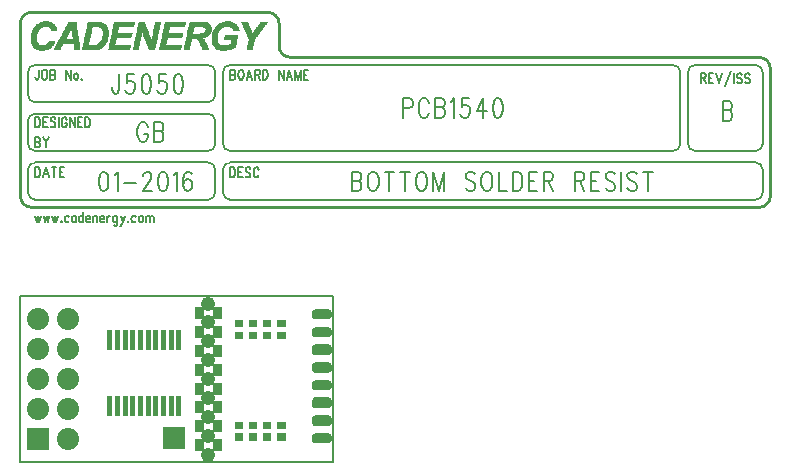
<source format=gbs>
*
*
G04 PADS Layout (Build Number 2007.21.1) generated Gerber (RS-274-X) file*
G04 PC Version=2.1*
*
%IN "J5050.pcb"*%
*
%MOMM*%
*
%FSLAX44Y44*%
*
*
*
*
G04 PC Standard Apertures*
*
*
G04 Thermal Relief Aperture macro.*
%AMTER*
1,1,$1,0,0*
1,0,$1-$2,0,0*
21,0,$3,$4,0,0,45*
21,0,$3,$4,0,0,135*
%
*
*
G04 Annular Aperture macro.*
%AMANN*
1,1,$1,0,0*
1,0,$2,0,0*
%
*
*
G04 Odd Aperture macro.*
%AMODD*
1,1,$1,0,0*
1,0,$1-0.005,0,0*
%
*
*
G04 PC Custom Aperture Macros*
*
*
*
*
*
*
G04 PC Aperture Table*
*
%ADD010C,0.254*%
%ADD011C,0.2032*%
%ADD012C,0.0508*%
%ADD013C,0.127*%
%ADD023C,0.0254*%
%ADD080C,0.2*%
%ADD081C,0.15*%
%ADD088R,0.76X0.76*%
%ADD089R,0.625X0.625*%
%ADD090R,1.875X1.875*%
%ADD091R,0.725X0.725*%
%ADD093C,1.875*%
%ADD094C,1.225*%
%ADD095R,0.425X0.425*%
*
*
*
*
G04 PC Circuitry*
G04 Layer Name J5050.pcb - circuitry*
%LPD*%
*
*
G04 PC Custom Flashes*
G04 Layer Name J5050.pcb - flashes*
%LPD*%
*
*
G04 PC Circuitry*
G04 Layer Name J5050.pcb - circuitry*
%LPD*%
*
G54D10*
G01X315000Y655000D02*
G75*
G03X324525Y645475I9525J0D01*
G01X940475*
G03X950000Y655000I0J9525*
G01Y762950*
G03X940475Y772475I-9525J0*
G01X543600*
X534075Y782000D02*
G03X543600Y772475I9525J0D01*
G01X534075Y782000D02*
Y801050D01*
G03X524550Y810575I-9525J0*
G01X324525*
G03X315000Y801050I0J-9525*
G01Y655000*
G54D11*
X880150Y699450D02*
G03X886500Y693100I6350J0D01*
G01X937300*
G03X943650Y699450I0J6350*
G01Y759775*
G03X937300Y766125I-6350J0*
G01X886500*
G03X880150Y759775I0J-6350*
G01Y699450*
X486450Y658175D02*
G03X492800Y651825I6350J0D01*
G01X937300*
G03X943650Y658175I0J6350*
G01Y677225*
G03X937300Y683575I-6350J0*
G01X492800*
G03X486450Y677225I0J-6350*
G01Y658175*
X492800Y766125D02*
G03X486450Y759775I0J-6350D01*
G01X492800Y766125D02*
X867450D01*
X873800Y759775D02*
G03X867450Y766125I-6350J0D01*
G01X873800Y759775D02*
Y699450D01*
X867450Y693100D02*
G03X873800Y699450I0J6350D01*
G01X867450Y693100D02*
X492800D01*
X486450Y699450D02*
G03X492800Y693100I6350J0D01*
G01X486450Y699450D02*
Y759775D01*
X327700Y683575D02*
G03X321350Y677225I0J-6350D01*
G01X327700Y683575D02*
X473750D01*
X480100Y677225D02*
G03X473750Y683575I-6350J0D01*
G01X480100Y677225D02*
Y658175D01*
X473750Y651825D02*
G03X480100Y658175I0J6350D01*
G01X473750Y651825D02*
X327700D01*
X321350Y658175D02*
G03X327700Y651825I6350J0D01*
G01X321350Y658175D02*
Y677225D01*
X327700Y724850D02*
G03X321350Y718500I0J-6350D01*
G01X327700Y724850D02*
X473750D01*
X480100Y718500D02*
G03X473750Y724850I-6350J0D01*
G01X480100Y718500D02*
Y699450D01*
X473750Y693100D02*
G03X480100Y699450I0J6350D01*
G01X473750Y693100D02*
X327700D01*
X321350Y699450D02*
G03X327700Y693100I6350J0D01*
G01X321350Y699450D02*
Y718500D01*
X480100Y759775D02*
G03X473750Y766125I-6350J0D01*
G01X327700*
G03X321350Y759775I0J-6350*
G01Y740725*
G03X327700Y734375I6350J0*
G01X473750*
G03X480100Y740725I0J6350*
G01Y759775*
X398553Y758266D02*
Y745566D01*
X398553D02*
X397976Y743185D01*
X397976D02*
X397398Y742391D01*
X397398D02*
X396244Y741598D01*
X395089*
X395089D02*
X393935Y742391D01*
X393935D02*
X393357Y743185D01*
X393357D02*
X392780Y745566D01*
X392780D02*
Y747154D01*
X411253Y758266D02*
X405480D01*
X405480D02*
X404903Y751123D01*
X405480Y751916*
X405480D02*
X407212Y752710D01*
X407212D02*
X408944D01*
X408944D02*
X410676Y751916D01*
X410676D02*
X411830Y750329D01*
X411830D02*
X412407Y747948D01*
X412407D02*
X411830Y746360D01*
X411830D02*
X411253Y743979D01*
X410098Y742391*
X410098D02*
X408366Y741598D01*
X408366D02*
X406635D01*
X404903Y742391*
X404903D02*
X404326Y743185D01*
X404326D02*
X403748Y744773D01*
X421066Y758266D02*
X419335Y757473D01*
X418180Y755091*
X418180D02*
X417603Y751123D01*
Y748741*
X417603D02*
X418180Y744773D01*
X418180D02*
X419335Y742391D01*
X419335D02*
X421066Y741598D01*
X421066D02*
X422221D01*
X423953Y742391*
X423953D02*
X425107Y744773D01*
X425107D02*
X425685Y748741D01*
X425685D02*
Y751123D01*
X425107Y755091*
X425107D02*
X423953Y757473D01*
X422221Y758266*
X422221D02*
X421066D01*
X438385D02*
X432612D01*
X432612D02*
X432035Y751123D01*
X432612Y751916*
X432612D02*
X434344Y752710D01*
X434344D02*
X436076D01*
X436076D02*
X437807Y751916D01*
X437807D02*
X438962Y750329D01*
X439539Y747948*
X439539D02*
X438962Y746360D01*
X438962D02*
X438385Y743979D01*
X437230Y742391*
X437230D02*
X435498Y741598D01*
X435498D02*
X433766D01*
X433766D02*
X432035Y742391D01*
X432035D02*
X431457Y743185D01*
X431457D02*
X430880Y744773D01*
X448198Y758266D02*
X446466Y757473D01*
X446466D02*
X445312Y755091D01*
X445312D02*
X444735Y751123D01*
Y748741*
X444735D02*
X445312Y744773D01*
X446466Y742391*
X446466D02*
X448198Y741598D01*
X448198D02*
X449353D01*
X451085Y742391*
X451085D02*
X452239Y744773D01*
X452239D02*
X452816Y748741D01*
X452816D02*
Y751123D01*
X452816D02*
X452239Y755091D01*
X452239D02*
X451085Y757473D01*
X449353Y758266*
X449353D02*
X448198D01*
X422801Y713658D02*
X422223Y715245D01*
X422223D02*
X421069Y716833D01*
X419914Y717626*
X419914D02*
X417605D01*
X417605D02*
X416451Y716833D01*
X415296Y715245*
X415296D02*
X414719Y713658D01*
X414142Y711276*
X414142D02*
Y707308D01*
X414719Y704926*
X414719D02*
X415296Y703339D01*
X415296D02*
X416451Y701751D01*
X416451D02*
X417605Y700958D01*
X417605D02*
X419914D01*
X419914D02*
X421069Y701751D01*
X421069D02*
X422223Y703339D01*
X422223D02*
X422801Y704926D01*
X422801D02*
Y707308D01*
X419914D02*
X422801D01*
X427996Y717626D02*
Y700958D01*
Y717626D02*
X433192D01*
X433192D02*
X434923Y716833D01*
X434923D02*
X435501Y716039D01*
X436078Y714451*
X436078D02*
Y712864D01*
X435501Y711276*
X435501D02*
X434923Y710483D01*
X434923D02*
X433192Y709689D01*
X427996D02*
X433192D01*
X434923Y708895*
X434923D02*
X435501Y708101D01*
X435501D02*
X436078Y706514D01*
Y704133*
X435501Y702545*
X435501D02*
X434923Y701751D01*
X434923D02*
X433192Y700958D01*
X427996*
X384989Y675716D02*
X383257Y674923D01*
X383257D02*
X382103Y672541D01*
X382103D02*
X381525Y668573D01*
X381525D02*
Y666191D01*
X381525D02*
X382103Y662223D01*
X383257Y659841*
X383257D02*
X384989Y659048D01*
X386144*
X387875Y659841*
X387875D02*
X389030Y662223D01*
X389607Y666191*
X389607D02*
Y668573D01*
X389607D02*
X389030Y672541D01*
X389030D02*
X387875Y674923D01*
X387875D02*
X386144Y675716D01*
X386144D02*
X384989D01*
X394803Y672541D02*
X395957Y673335D01*
X395957D02*
X397689Y675716D01*
X397689D02*
Y659048D01*
X402884Y666191D02*
X413275D01*
X419048Y671748D02*
Y672541D01*
X419048D02*
X419625Y674129D01*
X419625D02*
X420203Y674923D01*
X421357Y675716*
X421357D02*
X423666D01*
X423666D02*
X424821Y674923D01*
X425398Y674129*
X425398D02*
X425975Y672541D01*
X425975D02*
Y670954D01*
X425975D02*
X425398Y669366D01*
X425398D02*
X424244Y666985D01*
X424244D02*
X418471Y659048D01*
X426553*
X435212Y675716D02*
X433480Y674923D01*
X432325Y672541*
X432325D02*
X431748Y668573D01*
X431748D02*
Y666191D01*
X431748D02*
X432325Y662223D01*
X432325D02*
X433480Y659841D01*
X433480D02*
X435212Y659048D01*
X436366*
X436366D02*
X438098Y659841D01*
X438098D02*
X439253Y662223D01*
X439830Y666191*
X439830D02*
Y668573D01*
X439253Y672541*
X439253D02*
X438098Y674923D01*
X438098D02*
X436366Y675716D01*
X436366D02*
X435212D01*
X445025Y672541D02*
X446180Y673335D01*
X446180D02*
X447912Y675716D01*
X447912D02*
Y659048D01*
X460034Y673335D02*
X459457Y674923D01*
X459457D02*
X457725Y675716D01*
X457725D02*
X456571D01*
X456571D02*
X454839Y674923D01*
X453684Y672541*
X453684D02*
X453107Y668573D01*
X453107D02*
Y664604D01*
X453107D02*
X453684Y661429D01*
X453684D02*
X454839Y659841D01*
X454839D02*
X456571Y659048D01*
X457148*
X457148D02*
X458880Y659841D01*
X458880D02*
X460034Y661429D01*
X460034D02*
X460612Y663810D01*
X460612D02*
Y664604D01*
X460034Y666985*
X460034D02*
X458880Y668573D01*
X457148Y669366*
X457148D02*
X456571D01*
X456571D02*
X454839Y668573D01*
X453684Y666985*
X453684D02*
X453107Y664604D01*
X638988Y737946D02*
Y721278D01*
Y737946D02*
X644184D01*
X644184D02*
X645915Y737153D01*
X645915D02*
X646493Y736359D01*
X647070Y734771*
X647070D02*
Y732390D01*
X647070D02*
X646493Y730803D01*
X645915Y730009*
X645915D02*
X644184Y729215D01*
X644184D02*
X638988D01*
X660924Y733978D02*
X660347Y735565D01*
X660347D02*
X659193Y737153D01*
X658038Y737946*
X658038D02*
X655729D01*
X655729D02*
X654574Y737153D01*
X654574D02*
X653420Y735565D01*
X653420D02*
X652843Y733978D01*
X652265Y731596*
X652265D02*
Y727628D01*
X652265D02*
X652843Y725246D01*
X652843D02*
X653420Y723659D01*
X654574Y722071*
X654574D02*
X655729Y721278D01*
X658038*
X658038D02*
X659193Y722071D01*
X659193D02*
X660347Y723659D01*
X660347D02*
X660924Y725246D01*
X666120Y737946D02*
Y721278D01*
Y737946D02*
X671315D01*
X671315D02*
X673047Y737153D01*
X673047D02*
X673624Y736359D01*
X673624D02*
X674202Y734771D01*
X674202D02*
Y733184D01*
X673624Y731596*
X673624D02*
X673047Y730803D01*
X673047D02*
X671315Y730009D01*
X666120D02*
X671315D01*
X671315D02*
X673047Y729215D01*
X673047D02*
X673624Y728421D01*
X673624D02*
X674202Y726834D01*
Y724453*
X673624Y722865*
X673624D02*
X673047Y722071D01*
X673047D02*
X671315Y721278D01*
X671315D02*
X666120D01*
X679397Y734771D02*
X680552Y735565D01*
X680552D02*
X682284Y737946D01*
X682284D02*
Y721278D01*
X694984Y737946D02*
X689211D01*
X689211D02*
X688634Y730803D01*
X689211Y731596*
X689211D02*
X690943Y732390D01*
X690943D02*
X692674D01*
X692674D02*
X694406Y731596D01*
X694406D02*
X695561Y730009D01*
X696138Y727628*
X696138D02*
X695561Y726040D01*
X695561D02*
X694984Y723659D01*
X693829Y722071*
X693829D02*
X692097Y721278D01*
X692097D02*
X690365D01*
X690365D02*
X688634Y722071D01*
X688634D02*
X688056Y722865D01*
X688056D02*
X687479Y724453D01*
X707106Y737946D02*
X701334Y726834D01*
X709993*
X707106Y737946D02*
Y721278D01*
X718652Y737946D02*
X716920Y737153D01*
X715765Y734771*
X715765D02*
X715188Y730803D01*
X715188D02*
Y728421D01*
X715188D02*
X715765Y724453D01*
X715765D02*
X716920Y722071D01*
X716920D02*
X718652Y721278D01*
X719806*
X719806D02*
X721538Y722071D01*
X721538D02*
X722693Y724453D01*
X723270Y728421*
X723270D02*
Y730803D01*
X722693Y734771*
X722693D02*
X721538Y737153D01*
X721538D02*
X719806Y737946D01*
X719806D02*
X718652D01*
X909556Y735406D02*
Y718738D01*
Y735406D02*
X914751D01*
X914751D02*
X916483Y734613D01*
X916483D02*
X917060Y733819D01*
X917060D02*
X917638Y732231D01*
X917638D02*
Y730644D01*
X917060Y729056*
X917060D02*
X916483Y728263D01*
X916483D02*
X914751Y727469D01*
X909556D02*
X914751D01*
X914751D02*
X916483Y726675D01*
X916483D02*
X917060Y725881D01*
X917060D02*
X917638Y724294D01*
Y721913*
X917060Y720325*
X917060D02*
X916483Y719531D01*
X916483D02*
X914751Y718738D01*
X914751D02*
X909556D01*
X595750Y675716D02*
Y659048D01*
Y675716D02*
X600946D01*
X600946D02*
X602678Y674923D01*
X603255Y674129*
X603832Y672541*
X603832D02*
Y670954D01*
X603832D02*
X603255Y669366D01*
X603255D02*
X602678Y668573D01*
X600946Y667779*
X595750D02*
X600946D01*
X602678Y666985*
X602678D02*
X603255Y666191D01*
X603255D02*
X603832Y664604D01*
X603832D02*
Y662223D01*
X603832D02*
X603255Y660635D01*
X603255D02*
X602678Y659841D01*
X602678D02*
X600946Y659048D01*
X595750*
X612491Y675716D02*
X611337Y674923D01*
X610182Y673335*
X610182D02*
X609605Y671748D01*
X609028Y669366*
X609028D02*
Y665398D01*
X609605Y663016*
X609605D02*
X610182Y661429D01*
X610182D02*
X611337Y659841D01*
X611337D02*
X612491Y659048D01*
X612491D02*
X614800D01*
X614800D02*
X615955Y659841D01*
X615955D02*
X617109Y661429D01*
X617109D02*
X617687Y663016D01*
X617687D02*
X618264Y665398D01*
Y669366*
X618264D02*
X617687Y671748D01*
X617109Y673335*
X617109D02*
X615955Y674923D01*
X614800Y675716*
X614800D02*
X612491D01*
X627500D02*
Y659048D01*
X623459Y675716D02*
X631541D01*
X640778D02*
Y659048D01*
X636737Y675716D02*
X644819D01*
X653478D02*
X652323Y674923D01*
X652323D02*
X651169Y673335D01*
X651169D02*
X650591Y671748D01*
X650591D02*
X650014Y669366D01*
X650014D02*
Y665398D01*
X650591Y663016*
X650591D02*
X651169Y661429D01*
X652323Y659841*
X652323D02*
X653478Y659048D01*
X655787*
X656941Y659841*
X656941D02*
X658096Y661429D01*
X658673Y663016*
X658673D02*
X659250Y665398D01*
X659250D02*
Y669366D01*
X659250D02*
X658673Y671748D01*
X658673D02*
X658096Y673335D01*
X658096D02*
X656941Y674923D01*
X656941D02*
X655787Y675716D01*
X655787D02*
X653478D01*
X664446D02*
Y659048D01*
Y675716D02*
X669064Y659048D01*
X673682Y675716D02*
X669064Y659048D01*
X673682Y675716D02*
Y659048D01*
X700237Y673335D02*
X699082Y674923D01*
X699082D02*
X697350Y675716D01*
X697350D02*
X695041D01*
X695041D02*
X693309Y674923D01*
X693309D02*
X692155Y673335D01*
X692155D02*
Y671748D01*
X692732Y670160*
X692732D02*
X693309Y669366D01*
X693309D02*
X694464Y668573D01*
X697928Y666985*
X697928D02*
X699082Y666191D01*
X699082D02*
X699659Y665398D01*
X699659D02*
X700237Y663810D01*
X700237D02*
Y661429D01*
X699082Y659841*
X699082D02*
X697350Y659048D01*
X697350D02*
X695041D01*
X695041D02*
X693309Y659841D01*
X693309D02*
X692155Y661429D01*
X708896Y675716D02*
X707741Y674923D01*
X707741D02*
X706587Y673335D01*
X706587D02*
X706009Y671748D01*
X706009D02*
X705432Y669366D01*
X705432D02*
Y665398D01*
X705432D02*
X706009Y663016D01*
X706009D02*
X706587Y661429D01*
X707741Y659841*
X707741D02*
X708896Y659048D01*
X711205*
X712359Y659841*
X712359D02*
X713514Y661429D01*
X714091Y663016*
X714091D02*
X714669Y665398D01*
Y669366*
X714669D02*
X714091Y671748D01*
X714091D02*
X713514Y673335D01*
X713514D02*
X712359Y674923D01*
X712359D02*
X711205Y675716D01*
X711205D02*
X708896D01*
X719864D02*
Y659048D01*
X726791*
X731987Y675716D02*
Y659048D01*
Y675716D02*
X736028D01*
X736028D02*
X737759Y674923D01*
X737759D02*
X738914Y673335D01*
X738914D02*
X739491Y671748D01*
X739491D02*
X740069Y669366D01*
X740069D02*
Y665398D01*
X739491Y663016*
X739491D02*
X738914Y661429D01*
X737759Y659841*
X737759D02*
X736028Y659048D01*
X731987*
X745264Y675716D02*
Y659048D01*
Y675716D02*
X752769D01*
X745264Y667779D02*
X749882D01*
X745264Y659048D02*
X752769D01*
X757964Y675716D02*
Y659048D01*
Y675716D02*
X763159D01*
X763159D02*
X764891Y674923D01*
X764891D02*
X765469Y674129D01*
X766046Y672541*
X766046D02*
Y670954D01*
X765469Y669366*
X765469D02*
X764891Y668573D01*
X764891D02*
X763159Y667779D01*
X763159D02*
X757964D01*
X762005D02*
X766046Y659048D01*
X784519Y675716D02*
Y659048D01*
Y675716D02*
X789714D01*
X789714D02*
X791446Y674923D01*
X792023Y674129*
X792023D02*
X792600Y672541D01*
X792600D02*
Y670954D01*
X792600D02*
X792023Y669366D01*
X792023D02*
X791446Y668573D01*
X789714Y667779*
X784519*
X788559D02*
X792600Y659048D01*
X797796Y675716D02*
Y659048D01*
Y675716D02*
X805300D01*
X797796Y667779D02*
X802414D01*
X797796Y659048D02*
X805300D01*
X818578Y673335D02*
X817423Y674923D01*
X817423D02*
X815691Y675716D01*
X815691D02*
X813382D01*
X813382D02*
X811650Y674923D01*
X811650D02*
X810496Y673335D01*
X810496D02*
Y671748D01*
X811073Y670160*
X811073D02*
X811650Y669366D01*
X811650D02*
X812805Y668573D01*
X816269Y666985*
X816269D02*
X817423Y666191D01*
X817423D02*
X818000Y665398D01*
X818000D02*
X818578Y663810D01*
X818578D02*
Y661429D01*
X817423Y659841*
X817423D02*
X815691Y659048D01*
X815691D02*
X813382D01*
X813382D02*
X811650Y659841D01*
X811650D02*
X810496Y661429D01*
X823773Y675716D02*
Y659048D01*
X837050Y673335D02*
X835896Y674923D01*
X834164Y675716*
X834164D02*
X831855D01*
X831855D02*
X830123Y674923D01*
X830123D02*
X828969Y673335D01*
X828969D02*
Y671748D01*
X829546Y670160*
X829546D02*
X830123Y669366D01*
X830123D02*
X831278Y668573D01*
X834741Y666985*
X834741D02*
X835896Y666191D01*
X835896D02*
X836473Y665398D01*
X836473D02*
X837050Y663810D01*
X837050D02*
Y661429D01*
X837050D02*
X835896Y659841D01*
X835896D02*
X834164Y659048D01*
X831855*
X830123Y659841*
X830123D02*
X828969Y661429D01*
X846287Y675716D02*
Y659048D01*
X842246Y675716D02*
X850328D01*
G54D12*
X330875Y778825D02*
X335073D01*
X484227D02*
X489156D01*
X329414Y779190D02*
X336534D01*
X343289D02*
X347853D01*
X360815D02*
X365014D01*
X367022D02*
X378888D01*
X389295D02*
X407003D01*
X410107D02*
X414306D01*
X423981D02*
X428180D01*
X432379D02*
X450088D01*
X453191D02*
X457390D01*
X469257D02*
X474186D01*
X482767D02*
X490982D01*
X506500D02*
X510699D01*
X328684Y779555D02*
X337629D01*
X343289D02*
X348218D01*
X360815D02*
X365014D01*
X367022D02*
X380349D01*
X389295D02*
X407003D01*
X410107D02*
X414671D01*
X423616D02*
X428545D01*
X432379D02*
X450088D01*
X453191D02*
X457755D01*
X468892D02*
X473821D01*
X481671D02*
X492442D01*
X506500D02*
X511064D01*
X327954Y779920D02*
X338360D01*
X343654D02*
X348218D01*
X360815D02*
X365014D01*
X367387D02*
X381444D01*
X389660D02*
X407368D01*
X410472D02*
X414671D01*
X423616D02*
X428545D01*
X432744D02*
X450453D01*
X453557D02*
X457755D01*
X468892D02*
X473821D01*
X480941D02*
X493538D01*
X506865D02*
X511064D01*
X327588Y780285D02*
X339090D01*
X343654D02*
X348583D01*
X360450D02*
X365014D01*
X367387D02*
X382175D01*
X389660D02*
X407368D01*
X410472D02*
X414671D01*
X423616D02*
X428545D01*
X432744D02*
X450453D01*
X453557D02*
X457755D01*
X468892D02*
X473821D01*
X480576D02*
X494268D01*
X506865D02*
X511064D01*
X326858Y780650D02*
X339820D01*
X344019D02*
X348583D01*
X360450D02*
X364649D01*
X367387D02*
X382905D01*
X389660D02*
X407368D01*
X410472D02*
X414671D01*
X423251D02*
X428545D01*
X432744D02*
X450453D01*
X453557D02*
X457755D01*
X468527D02*
X473456D01*
X480211D02*
X494998D01*
X506865D02*
X511064D01*
X326493Y781015D02*
X340185D01*
X344019D02*
X348948D01*
X360450D02*
X364649D01*
X367387D02*
X383635D01*
X389660D02*
X407733D01*
X410472D02*
X414671D01*
X423251D02*
X428545D01*
X432744D02*
X450818D01*
X453557D02*
X457755D01*
X468527D02*
X473456D01*
X479846D02*
X495728D01*
X506865D02*
X511064D01*
X326128Y781380D02*
X340550D01*
X344384D02*
X348948D01*
X360450D02*
X364649D01*
X367387D02*
X384000D01*
X389660D02*
X407733D01*
X410472D02*
X415036D01*
X422886D02*
X428911D01*
X432744D02*
X450818D01*
X453557D02*
X458121D01*
X468527D02*
X473091D01*
X479480D02*
X496459D01*
X506865D02*
X511429D01*
X326128Y781746D02*
X340915D01*
X344749D02*
X349313D01*
X360450D02*
X364649D01*
X367752D02*
X384365D01*
X390025D02*
X407733D01*
X410837D02*
X415036D01*
X422886D02*
X428911D01*
X433110D02*
X450818D01*
X453922D02*
X458121D01*
X468162D02*
X473091D01*
X479115D02*
X496824D01*
X507230D02*
X511429D01*
X325763Y782111D02*
X341281D01*
X344749D02*
X349678D01*
X360450D02*
X364649D01*
X367752D02*
X384730D01*
X390025D02*
X407733D01*
X410837D02*
X415036D01*
X422886D02*
X428911D01*
X433110D02*
X450818D01*
X453922D02*
X458121D01*
X468162D02*
X473091D01*
X478750D02*
X496824D01*
X507230D02*
X511429D01*
X325398Y782476D02*
X341646D01*
X345114D02*
X349678D01*
X360450D02*
X364649D01*
X367752D02*
X385096D01*
X390025D02*
X408098D01*
X410837D02*
X415036D01*
X422521D02*
X428911D01*
X433110D02*
X451183D01*
X453922D02*
X458121D01*
X467796D02*
X472726D01*
X478385D02*
X496824D01*
X507230D02*
X511429D01*
X325398Y782841D02*
X331787D01*
X334891D02*
X342011D01*
X345114D02*
X350044D01*
X360085D02*
X364649D01*
X367752D02*
X385461D01*
X390025D02*
X408098D01*
X410837D02*
X415036D01*
X422521D02*
X428911D01*
X433110D02*
X451183D01*
X453922D02*
X458121D01*
X467796D02*
X472726D01*
X478385D02*
X484775D01*
X488974D02*
X496824D01*
X507230D02*
X511429D01*
X325033Y783206D02*
X331057D01*
X336351D02*
X342376D01*
X345480D02*
X350044D01*
X360085D02*
X364283D01*
X367752D02*
X372316D01*
X378341D02*
X385826D01*
X390025D02*
X394589D01*
X410837D02*
X415401D01*
X422521D02*
X429276D01*
X433110D02*
X437674D01*
X453922D02*
X458486D01*
X467431D02*
X472360D01*
X478020D02*
X483679D01*
X490434D02*
X496824D01*
X507230D02*
X511794D01*
X325033Y783571D02*
X330327D01*
X337082D02*
X342376D01*
X345480D02*
X350409D01*
X360085D02*
X364283D01*
X368117D02*
X372316D01*
X379801D02*
X386191D01*
X390390D02*
X394589D01*
X411202D02*
X415401D01*
X422156D02*
X429276D01*
X433475D02*
X437674D01*
X454287D02*
X458486D01*
X467431D02*
X472360D01*
X478020D02*
X482949D01*
X491530D02*
X497189D01*
X507595D02*
X511794D01*
X324667Y783936D02*
X329962D01*
X337447D02*
X342741D01*
X345845D02*
X350409D01*
X360085D02*
X364283D01*
X368117D02*
X372316D01*
X380532D02*
X386556D01*
X390390D02*
X394589D01*
X411202D02*
X415401D01*
X422156D02*
X429276D01*
X433475D02*
X437674D01*
X454287D02*
X458486D01*
X467431D02*
X471995D01*
X477655D02*
X482584D01*
X492625D02*
X497189D01*
X507595D02*
X511794D01*
X324667Y784301D02*
X329597D01*
X337812D02*
X343106D01*
X345845D02*
X364283D01*
X368117D02*
X372316D01*
X380897D02*
X386556D01*
X390390D02*
X394589D01*
X411202D02*
X415401D01*
X421791D02*
X429276D01*
X433475D02*
X437674D01*
X454287D02*
X458486D01*
X467066D02*
X471995D01*
X477655D02*
X482219D01*
X492990D02*
X497189D01*
X507595D02*
X511794D01*
X324302Y784667D02*
X329231D01*
X338542D02*
X343106D01*
X346210D02*
X364283D01*
X368117D02*
X372681D01*
X381627D02*
X386921D01*
X390390D02*
X394954D01*
X411202D02*
X415401D01*
X421791D02*
X429641D01*
X433475D02*
X438039D01*
X454287D02*
X458851D01*
X467066D02*
X471630D01*
X477290D02*
X482219D01*
X492990D02*
X497189D01*
X507595D02*
X512159D01*
X324302Y785032D02*
X328866D01*
X338542D02*
X343471D01*
X346210D02*
X364283D01*
X368482D02*
X372681D01*
X381992D02*
X387286D01*
X390755D02*
X394954D01*
X411567D02*
X415766D01*
X421791D02*
X429641D01*
X433840D02*
X438039D01*
X454652D02*
X458851D01*
X466701D02*
X471630D01*
X477290D02*
X481854D01*
X492990D02*
X497554D01*
X507960D02*
X512159D01*
X324302Y785397D02*
X328866D01*
X338907D02*
X343471D01*
X346575D02*
X364283D01*
X368482D02*
X372681D01*
X382357D02*
X387286D01*
X390755D02*
X394954D01*
X411567D02*
X415766D01*
X421426D02*
X429641D01*
X433840D02*
X438039D01*
X454652D02*
X458851D01*
X466701D02*
X471265D01*
X477290D02*
X481489D01*
X492990D02*
X497554D01*
X507960D02*
X512159D01*
X324302Y785762D02*
X328501D01*
X339272D02*
X343836D01*
X346575D02*
X363918D01*
X368482D02*
X372681D01*
X382357D02*
X387651D01*
X390755D02*
X394954D01*
X411567D02*
X415766D01*
X421426D02*
X429641D01*
X433840D02*
X438039D01*
X454652D02*
X458851D01*
X466336D02*
X471265D01*
X477290D02*
X481489D01*
X493355D02*
X497554D01*
X507960D02*
X512159D01*
X324302Y786127D02*
X328501D01*
X339272D02*
X343471D01*
X346940D02*
X363918D01*
X368482D02*
X372681D01*
X382722D02*
X387651D01*
X390755D02*
X394954D01*
X411567D02*
X415766D01*
X421060D02*
X429641D01*
X433840D02*
X438039D01*
X454652D02*
X458851D01*
X466336D02*
X470900D01*
X477290D02*
X481489D01*
X493355D02*
X497554D01*
X507960D02*
X512159D01*
X323937Y786492D02*
X328501D01*
X339638D02*
X340915D01*
X347305D02*
X363918D01*
X368482D02*
X373046D01*
X383087D02*
X388017D01*
X390755D02*
X395319D01*
X411567D02*
X415766D01*
X421060D02*
X430006D01*
X433840D02*
X438404D01*
X454652D02*
X459216D01*
X465971D02*
X470900D01*
X476925D02*
X481489D01*
X493355D02*
X497554D01*
X507960D02*
X512524D01*
X323937Y786857D02*
X328136D01*
X347305D02*
X363918D01*
X368848D02*
X373046D01*
X383087D02*
X388017D01*
X391120D02*
X395319D01*
X411932D02*
X416131D01*
X421060D02*
X430006D01*
X434205D02*
X438404D01*
X455017D02*
X459216D01*
X465971D02*
X470535D01*
X476925D02*
X481123D01*
X493355D02*
X497919D01*
X508325D02*
X512524D01*
X323937Y787222D02*
X328136D01*
X347670D02*
X363918D01*
X368848D02*
X373046D01*
X383453D02*
X388017D01*
X391120D02*
X395319D01*
X411932D02*
X416131D01*
X420695D02*
X430006D01*
X434205D02*
X438404D01*
X455017D02*
X459216D01*
X465606D02*
X470535D01*
X476925D02*
X481123D01*
X493720D02*
X497919D01*
X508325D02*
X512524D01*
X323937Y787588D02*
X328136D01*
X347670D02*
X363918D01*
X368848D02*
X373046D01*
X383818D02*
X388382D01*
X391120D02*
X395319D01*
X411932D02*
X416131D01*
X420695D02*
X425259D01*
X426172D02*
X430006D01*
X434205D02*
X438404D01*
X455017D02*
X459216D01*
X465241D02*
X470170D01*
X476925D02*
X481123D01*
X493720D02*
X497919D01*
X508325D02*
X512524D01*
X323937Y787953D02*
X328136D01*
X348035D02*
X363918D01*
X368848D02*
X373046D01*
X383818D02*
X388382D01*
X391120D02*
X395319D01*
X411932D02*
X416131D01*
X420695D02*
X425259D01*
X426172D02*
X430006D01*
X434205D02*
X438404D01*
X455017D02*
X459216D01*
X464875D02*
X469805D01*
X476925D02*
X481123D01*
X487148D02*
X497919D01*
X508325D02*
X512889D01*
X323937Y788318D02*
X328136D01*
X348035D02*
X352965D01*
X359354D02*
X363553D01*
X368848D02*
X373412D01*
X384183D02*
X388382D01*
X391120D02*
X395684D01*
X411932D02*
X416131D01*
X420330D02*
X424894D01*
X426172D02*
X430371D01*
X434205D02*
X438769D01*
X455017D02*
X459581D01*
X464510D02*
X469439D01*
X476925D02*
X481123D01*
X487148D02*
X497919D01*
X508325D02*
X512889D01*
X323937Y788683D02*
X328136D01*
X348401D02*
X352965D01*
X359354D02*
X363553D01*
X369213D02*
X373412D01*
X384183D02*
X388747D01*
X391485D02*
X395684D01*
X412297D02*
X416496D01*
X420330D02*
X424894D01*
X426172D02*
X430371D01*
X434570D02*
X438769D01*
X455382D02*
X459581D01*
X463780D02*
X469074D01*
X476925D02*
X481123D01*
X487513D02*
X498284D01*
X508325D02*
X513254D01*
X323937Y789048D02*
X328136D01*
X348401D02*
X353330D01*
X359354D02*
X363553D01*
X369213D02*
X373412D01*
X384183D02*
X388747D01*
X391485D02*
X395684D01*
X412297D02*
X416496D01*
X419965D02*
X424894D01*
X426172D02*
X430371D01*
X434570D02*
X438769D01*
X455382D02*
X468709D01*
X476925D02*
X481123D01*
X487513D02*
X498284D01*
X507960D02*
X513620D01*
X323937Y789413D02*
X328136D01*
X348766D02*
X353330D01*
X359354D02*
X363553D01*
X369213D02*
X373412D01*
X384548D02*
X388747D01*
X391485D02*
X395684D01*
X412297D02*
X416496D01*
X419965D02*
X424529D01*
X426537D02*
X430371D01*
X434570D02*
X438769D01*
X455382D02*
X470535D01*
X476925D02*
X481123D01*
X487513D02*
X498284D01*
X507960D02*
X513985D01*
X323937Y789778D02*
X328136D01*
X348766D02*
X353695D01*
X359354D02*
X363553D01*
X369213D02*
X373777D01*
X384548D02*
X388747D01*
X391485D02*
X408098D01*
X412297D02*
X416496D01*
X419965D02*
X424529D01*
X426537D02*
X430736D01*
X434570D02*
X451183D01*
X455382D02*
X471630D01*
X476925D02*
X481123D01*
X487513D02*
X498284D01*
X507595D02*
X513985D01*
X323937Y790143D02*
X328136D01*
X349131D02*
X353695D01*
X359354D02*
X363553D01*
X369578D02*
X373777D01*
X384548D02*
X388747D01*
X391850D02*
X408098D01*
X412663D02*
X416496D01*
X419600D02*
X424164D01*
X426537D02*
X430736D01*
X434935D02*
X451183D01*
X455747D02*
X472360D01*
X476925D02*
X481123D01*
X487878D02*
X498284D01*
X507595D02*
X514350D01*
X323937Y790509D02*
X328136D01*
X349131D02*
X354060D01*
X358989D02*
X363188D01*
X369578D02*
X373777D01*
X384548D02*
X389112D01*
X391850D02*
X408464D01*
X412663D02*
X416861D01*
X419600D02*
X424164D01*
X426537D02*
X430736D01*
X434935D02*
X451548D01*
X455747D02*
X473091D01*
X476925D02*
X481123D01*
X487878D02*
X498649D01*
X507595D02*
X514715D01*
X323937Y790874D02*
X328501D01*
X349496D02*
X354425D01*
X358989D02*
X363188D01*
X369578D02*
X373777D01*
X384913D02*
X389112D01*
X391850D02*
X408464D01*
X412663D02*
X416861D01*
X419235D02*
X424164D01*
X426537D02*
X430736D01*
X434935D02*
X451548D01*
X455747D02*
X473456D01*
X476925D02*
X481489D01*
X487878D02*
X498649D01*
X507230D02*
X515080D01*
X323937Y791239D02*
X328501D01*
X349861D02*
X354425D01*
X358989D02*
X363188D01*
X369578D02*
X373777D01*
X384913D02*
X389112D01*
X391850D02*
X408464D01*
X412663D02*
X416861D01*
X419235D02*
X423799D01*
X426902D02*
X430736D01*
X434935D02*
X451548D01*
X455747D02*
X473821D01*
X477290D02*
X481489D01*
X488243D02*
X498649D01*
X507230D02*
X515080D01*
X324302Y791604D02*
X328501D01*
X349861D02*
X354790D01*
X358989D02*
X363188D01*
X369578D02*
X374142D01*
X384913D02*
X389112D01*
X391850D02*
X408829D01*
X412663D02*
X416861D01*
X419235D02*
X423799D01*
X426902D02*
X431101D01*
X434935D02*
X451913D01*
X455747D02*
X474186D01*
X477290D02*
X481489D01*
X488243D02*
X498649D01*
X506865D02*
X515445D01*
X324302Y791969D02*
X328501D01*
X350226D02*
X354790D01*
X358989D02*
X363188D01*
X369943D02*
X374142D01*
X384913D02*
X389112D01*
X392216D02*
X408829D01*
X413028D02*
X416861D01*
X418870D02*
X423434D01*
X426902D02*
X431101D01*
X435300D02*
X451913D01*
X456112D02*
X474551D01*
X477290D02*
X481489D01*
X506865D02*
X515810D01*
X324302Y792334D02*
X328501D01*
X350226D02*
X355155D01*
X358989D02*
X363188D01*
X369943D02*
X374142D01*
X384913D02*
X389112D01*
X392216D02*
X408829D01*
X413028D02*
X417227D01*
X418870D02*
X423434D01*
X426902D02*
X431101D01*
X435300D02*
X451913D01*
X456112D02*
X474916D01*
X477290D02*
X481489D01*
X506500D02*
X516175D01*
X324302Y792699D02*
X328866D01*
X350591D02*
X355155D01*
X358624D02*
X363188D01*
X369943D02*
X374142D01*
X384913D02*
X389112D01*
X392216D02*
X408829D01*
X413028D02*
X417227D01*
X418870D02*
X423434D01*
X426902D02*
X431101D01*
X435300D02*
X451913D01*
X456112D02*
X460311D01*
X467431D02*
X474916D01*
X477290D02*
X481854D01*
X506500D02*
X516175D01*
X324302Y793064D02*
X328866D01*
X350591D02*
X355520D01*
X358624D02*
X362823D01*
X369943D02*
X374142D01*
X384913D02*
X389112D01*
X392216D02*
X409194D01*
X413028D02*
X417227D01*
X418505D02*
X423069D01*
X427268D02*
X431101D01*
X435300D02*
X452279D01*
X456112D02*
X460311D01*
X469257D02*
X475281D01*
X477655D02*
X481854D01*
X506500D02*
X511064D01*
X511611D02*
X516541D01*
X324667Y793430D02*
X328866D01*
X350956D02*
X355520D01*
X358624D02*
X362823D01*
X369943D02*
X374507D01*
X384913D02*
X389112D01*
X392216D02*
X409194D01*
X413028D02*
X417227D01*
X418505D02*
X423069D01*
X427268D02*
X431466D01*
X435300D02*
X452279D01*
X456112D02*
X460676D01*
X469987D02*
X475281D01*
X477655D02*
X481854D01*
X506135D02*
X510699D01*
X511977D02*
X516906D01*
X324667Y793795D02*
X329231D01*
X350956D02*
X355886D01*
X358624D02*
X362823D01*
X370308D02*
X374507D01*
X384913D02*
X389112D01*
X392581D02*
X396780D01*
X413393D02*
X417227D01*
X418139D02*
X423069D01*
X427268D02*
X431466D01*
X435665D02*
X439864D01*
X456478D02*
X460676D01*
X470352D02*
X475647D01*
X477655D02*
X482219D01*
X506135D02*
X510699D01*
X511977D02*
X517271D01*
X324667Y794160D02*
X329231D01*
X351322D02*
X355886D01*
X358624D02*
X362823D01*
X370308D02*
X374507D01*
X384913D02*
X389112D01*
X392581D02*
X396780D01*
X413393D02*
X417592D01*
X418139D02*
X422703D01*
X427268D02*
X431466D01*
X435665D02*
X439864D01*
X456478D02*
X460676D01*
X470717D02*
X475647D01*
X478020D02*
X482219D01*
X505769D02*
X510333D01*
X512342D02*
X517271D01*
X325033Y794525D02*
X329597D01*
X351322D02*
X356251D01*
X358624D02*
X362823D01*
X370308D02*
X374507D01*
X384913D02*
X389112D01*
X392581D02*
X396780D01*
X413393D02*
X417592D01*
X418139D02*
X422703D01*
X427268D02*
X431466D01*
X435665D02*
X439864D01*
X456478D02*
X460676D01*
X471083D02*
X475647D01*
X478020D02*
X482584D01*
X505769D02*
X510333D01*
X512707D02*
X517636D01*
X325033Y794890D02*
X329597D01*
X351687D02*
X356251D01*
X358624D02*
X362823D01*
X370308D02*
X374872D01*
X384913D02*
X389112D01*
X392581D02*
X397145D01*
X413393D02*
X422338D01*
X427633D02*
X431832D01*
X435665D02*
X440229D01*
X456478D02*
X461042D01*
X471448D02*
X476012D01*
X478385D02*
X482584D01*
X505404D02*
X510333D01*
X512707D02*
X518001D01*
X325033Y795255D02*
X329962D01*
X341098D02*
X342741D01*
X351687D02*
X356616D01*
X358259D02*
X362823D01*
X370308D02*
X374872D01*
X384548D02*
X389112D01*
X392581D02*
X397145D01*
X413393D02*
X422338D01*
X427633D02*
X431832D01*
X435665D02*
X440229D01*
X456478D02*
X461042D01*
X471448D02*
X476012D01*
X478385D02*
X482949D01*
X495546D02*
X496824D01*
X505404D02*
X509968D01*
X513072D02*
X518366D01*
X325398Y795620D02*
X329962D01*
X341098D02*
X345297D01*
X352052D02*
X356981D01*
X358259D02*
X362458D01*
X370673D02*
X374872D01*
X384548D02*
X388747D01*
X392946D02*
X397145D01*
X413758D02*
X422338D01*
X427633D02*
X431832D01*
X436031D02*
X440229D01*
X456843D02*
X461042D01*
X471813D02*
X476012D01*
X478385D02*
X482949D01*
X495181D02*
X499745D01*
X505039D02*
X509968D01*
X513437D02*
X518366D01*
X325398Y795985D02*
X330327D01*
X340733D02*
X345297D01*
X352417D02*
X356981D01*
X358259D02*
X362458D01*
X370673D02*
X374872D01*
X384548D02*
X388747D01*
X392946D02*
X397145D01*
X413758D02*
X421973D01*
X427633D02*
X431832D01*
X436031D02*
X440229D01*
X456843D02*
X461042D01*
X471813D02*
X476012D01*
X478750D02*
X483314D01*
X495181D02*
X499745D01*
X505039D02*
X509603D01*
X513802D02*
X518731D01*
X325763Y796351D02*
X330692D01*
X340733D02*
X345297D01*
X352417D02*
X357346D01*
X358259D02*
X362458D01*
X370673D02*
X374872D01*
X384183D02*
X388747D01*
X392946D02*
X397145D01*
X413758D02*
X421973D01*
X427633D02*
X431832D01*
X436031D02*
X440229D01*
X456843D02*
X461042D01*
X471813D02*
X476012D01*
X478750D02*
X483679D01*
X495181D02*
X499380D01*
X505039D02*
X509603D01*
X513802D02*
X519096D01*
X325763Y796716D02*
X331057D01*
X340733D02*
X344932D01*
X352782D02*
X357346D01*
X358259D02*
X362458D01*
X370673D02*
X375237D01*
X384183D02*
X388747D01*
X392946D02*
X397510D01*
X413758D02*
X421608D01*
X427998D02*
X432197D01*
X436031D02*
X440595D01*
X456843D02*
X461407D01*
X471813D02*
X476012D01*
X479115D02*
X484044D01*
X494816D02*
X499380D01*
X504674D02*
X509238D01*
X514167D02*
X519462D01*
X326128Y797081D02*
X331422D01*
X340368D02*
X344932D01*
X352782D02*
X357711D01*
X358259D02*
X362458D01*
X371038D02*
X375237D01*
X383818D02*
X388382D01*
X393311D02*
X397510D01*
X414123D02*
X421608D01*
X427998D02*
X432197D01*
X436396D02*
X440595D01*
X457208D02*
X461407D01*
X471813D02*
X476012D01*
X479480D02*
X484410D01*
X494451D02*
X499380D01*
X504674D02*
X509238D01*
X514532D02*
X519462D01*
X326128Y797446D02*
X331787D01*
X340003D02*
X344932D01*
X353147D02*
X357711D01*
X358259D02*
X362458D01*
X371038D02*
X375237D01*
X383453D02*
X388382D01*
X393311D02*
X397510D01*
X414123D02*
X421608D01*
X427998D02*
X432197D01*
X436396D02*
X440595D01*
X457208D02*
X461407D01*
X471448D02*
X476012D01*
X479480D02*
X484775D01*
X494085D02*
X499015D01*
X504309D02*
X508873D01*
X514898D02*
X519827D01*
X326493Y797811D02*
X332152D01*
X340003D02*
X344932D01*
X353147D02*
X362458D01*
X371038D02*
X375237D01*
X383087D02*
X388382D01*
X393311D02*
X397510D01*
X414123D02*
X421243D01*
X427998D02*
X432197D01*
X436396D02*
X440595D01*
X457208D02*
X461407D01*
X471448D02*
X476012D01*
X479846D02*
X485505D01*
X493720D02*
X499015D01*
X504309D02*
X508873D01*
X514898D02*
X520192D01*
X326858Y798176D02*
X332883D01*
X339638D02*
X344567D01*
X353512D02*
X362093D01*
X371038D02*
X375237D01*
X382357D02*
X388017D01*
X393311D02*
X397510D01*
X414123D02*
X421243D01*
X427998D02*
X432197D01*
X436396D02*
X440595D01*
X457208D02*
X461407D01*
X471083D02*
X476012D01*
X480211D02*
X485870D01*
X493355D02*
X499015D01*
X503944D02*
X508873D01*
X515263D02*
X520557D01*
X326858Y798541D02*
X333613D01*
X338907D02*
X344567D01*
X353512D02*
X362093D01*
X371038D02*
X375602D01*
X381627D02*
X388017D01*
X393311D02*
X397875D01*
X414123D02*
X421243D01*
X428363D02*
X432562D01*
X436396D02*
X440960D01*
X457208D02*
X461772D01*
X469987D02*
X475647D01*
X480211D02*
X486965D01*
X492625D02*
X498649D01*
X503944D02*
X508508D01*
X515628D02*
X520557D01*
X327223Y798906D02*
X334708D01*
X337812D02*
X344202D01*
X353877D02*
X362093D01*
X371403D02*
X387651D01*
X393676D02*
X410289D01*
X414488D02*
X420878D01*
X428363D02*
X432562D01*
X436761D02*
X453374D01*
X457573D02*
X475647D01*
X480576D02*
X488061D01*
X491895D02*
X498649D01*
X503944D02*
X508508D01*
X515993D02*
X520922D01*
X327588Y799272D02*
X344202D01*
X353877D02*
X362093D01*
X371403D02*
X387286D01*
X393676D02*
X410289D01*
X414488D02*
X420878D01*
X428363D02*
X432562D01*
X436761D02*
X453374D01*
X457573D02*
X475647D01*
X480941D02*
X498284D01*
X503579D02*
X508143D01*
X515993D02*
X521287D01*
X327954Y799637D02*
X343836D01*
X354243D02*
X362093D01*
X371403D02*
X387286D01*
X393676D02*
X410654D01*
X414488D02*
X420513D01*
X428363D02*
X432562D01*
X436761D02*
X453739D01*
X457573D02*
X475281D01*
X481306D02*
X497919D01*
X503579D02*
X508143D01*
X516358D02*
X521652D01*
X328319Y800002D02*
X343471D01*
X354608D02*
X362093D01*
X371403D02*
X386921D01*
X393676D02*
X410654D01*
X414488D02*
X420513D01*
X428363D02*
X432562D01*
X436761D02*
X453739D01*
X457573D02*
X475281D01*
X481671D02*
X497554D01*
X503214D02*
X507778D01*
X516723D02*
X521652D01*
X328684Y800367D02*
X343106D01*
X354608D02*
X362093D01*
X371403D02*
X386556D01*
X393676D02*
X410654D01*
X414488D02*
X420513D01*
X428728D02*
X432927D01*
X436761D02*
X453739D01*
X457573D02*
X474916D01*
X482036D02*
X497554D01*
X503214D02*
X507778D01*
X517088D02*
X522017D01*
X329414Y800732D02*
X342741D01*
X354973D02*
X361728D01*
X371769D02*
X386191D01*
X394041D02*
X411019D01*
X414853D02*
X420148D01*
X428728D02*
X432927D01*
X437126D02*
X454104D01*
X457938D02*
X474551D01*
X482767D02*
X497189D01*
X502848D02*
X507412D01*
X517088D02*
X522383D01*
X329779Y801097D02*
X342376D01*
X354973D02*
X361728D01*
X371769D02*
X385826D01*
X394041D02*
X411019D01*
X414853D02*
X420148D01*
X428728D02*
X432927D01*
X437126D02*
X454104D01*
X457938D02*
X474186D01*
X483132D02*
X496459D01*
X502848D02*
X507412D01*
X517453D02*
X522748D01*
X330509Y801462D02*
X342011D01*
X355338D02*
X361728D01*
X371769D02*
X385096D01*
X394041D02*
X411019D01*
X414853D02*
X419782D01*
X428728D02*
X432927D01*
X437126D02*
X454104D01*
X457938D02*
X473821D01*
X483497D02*
X496094D01*
X502848D02*
X507412D01*
X517819D02*
X522748D01*
X330875Y801827D02*
X341281D01*
X355338D02*
X361728D01*
X371769D02*
X384730D01*
X394041D02*
X411019D01*
X414853D02*
X419782D01*
X428728D02*
X433292D01*
X437126D02*
X454104D01*
X457938D02*
X473456D01*
X484227D02*
X495363D01*
X502483D02*
X507047D01*
X518184D02*
X523113D01*
X331970Y802193D02*
X340915D01*
X355703D02*
X361728D01*
X372134D02*
X383635D01*
X394406D02*
X411385D01*
X415218D02*
X419782D01*
X429093D02*
X433292D01*
X437491D02*
X454469D01*
X458303D02*
X472726D01*
X485322D02*
X494633D01*
X502483D02*
X507047D01*
X518184D02*
X523478D01*
X332700Y802558D02*
X339820D01*
X355703D02*
X361728D01*
X372134D02*
X382175D01*
X394406D02*
X411385D01*
X415218D02*
X419417D01*
X429093D02*
X433292D01*
X437491D02*
X454469D01*
X458303D02*
X471265D01*
X486053D02*
X493903D01*
X502118D02*
X506682D01*
X518549D02*
X523843D01*
X334161Y802923D02*
X338360D01*
X487878D02*
X492442D01*
G54D13*
X330586Y761759D02*
Y755409D01*
X330297Y754218*
X330297D02*
X330009Y753821D01*
X330009D02*
X329431Y753425D01*
X329431D02*
X328854D01*
X328854D02*
X328277Y753821D01*
X328277D02*
X327988Y754218D01*
X327988D02*
X327700Y755409D01*
Y756203*
X334915Y761759D02*
X334338Y761362D01*
X334338D02*
X333761Y760568D01*
X333761D02*
X333472Y759775D01*
X333472D02*
X333184Y758584D01*
Y756600*
X333472Y755409*
X333472D02*
X333761Y754615D01*
X333761D02*
X334338Y753821D01*
X334338D02*
X334915Y753425D01*
X334915D02*
X336070D01*
X336647Y753821*
X336647D02*
X337225Y754615D01*
X337225D02*
X337513Y755409D01*
X337513D02*
X337802Y756600D01*
Y758584*
X337513Y759775*
X337513D02*
X337225Y760568D01*
X337225D02*
X336647Y761362D01*
X336647D02*
X336070Y761759D01*
X334915*
X340400D02*
Y753425D01*
Y761759D02*
X342997D01*
X342997D02*
X343863Y761362D01*
X343863D02*
X344152Y760965D01*
X344152D02*
X344440Y760171D01*
X344440D02*
Y759378D01*
X344440D02*
X344152Y758584D01*
X343863Y758187*
X343863D02*
X342997Y757790D01*
X340400D02*
X342997D01*
X342997D02*
X343863Y757393D01*
X343863D02*
X344152Y756996D01*
X344152D02*
X344440Y756203D01*
X344440D02*
Y755012D01*
X344440D02*
X344152Y754218D01*
X344152D02*
X343863Y753821D01*
X343863D02*
X342997Y753425D01*
X342997D02*
X340400D01*
X353677Y761759D02*
Y753425D01*
Y761759D02*
X357718Y753425D01*
Y761759D02*
Y753425D01*
X361759Y758981D02*
X361181Y758584D01*
X361181D02*
X360604Y757790D01*
X360604D02*
X360315Y756600D01*
X360315D02*
Y755806D01*
X360315D02*
X360604Y754615D01*
X360604D02*
X361181Y753821D01*
X361181D02*
X361759Y753425D01*
X362625*
X363202Y753821*
X363202D02*
X363779Y754615D01*
X363779D02*
X364068Y755806D01*
Y756600*
X363779Y757790*
X363779D02*
X363202Y758584D01*
X362625Y758981*
X361759*
X366954Y754218D02*
X366665Y753821D01*
X366665D02*
X366954Y753425D01*
X366954D02*
X367243Y753821D01*
X367243D02*
X366954Y754218D01*
X327700Y721754D02*
Y713420D01*
Y721754D02*
X329720D01*
X330586Y721357*
X330586D02*
X331163Y720563D01*
X331163D02*
X331452Y719770D01*
X331740Y718579*
X331740D02*
Y716595D01*
X331740D02*
X331452Y715404D01*
X331163Y714610*
X331163D02*
X330586Y713816D01*
X330586D02*
X329720Y713420D01*
X327700*
X334338Y721754D02*
Y713420D01*
Y721754D02*
X338090D01*
X334338Y717785D02*
X336647D01*
X334338Y713420D02*
X338090D01*
X344729Y720563D02*
X344152Y721357D01*
X344152D02*
X343286Y721754D01*
X342131*
X342131D02*
X341265Y721357D01*
X341265D02*
X340688Y720563D01*
X340688D02*
Y719770D01*
X340688D02*
X340977Y718976D01*
X341265Y718579*
X341265D02*
X341843Y718182D01*
X341843D02*
X343575Y717388D01*
X343575D02*
X344152Y716991D01*
X344152D02*
X344440Y716595D01*
X344440D02*
X344729Y715801D01*
X344729D02*
Y714610D01*
X344729D02*
X344152Y713816D01*
X344152D02*
X343286Y713420D01*
X342131*
X342131D02*
X341265Y713816D01*
X341265D02*
X340688Y714610D01*
X347327Y721754D02*
Y713420D01*
X354254Y719770D02*
X353965Y720563D01*
X353965D02*
X353388Y721357D01*
X353388D02*
X352811Y721754D01*
X351656*
X351656D02*
X351079Y721357D01*
X351079D02*
X350502Y720563D01*
X350502D02*
X350213Y719770D01*
X350213D02*
X349925Y718579D01*
Y716595*
X350213Y715404*
X350213D02*
X350502Y714610D01*
X350502D02*
X351079Y713816D01*
X351079D02*
X351656Y713420D01*
X351656D02*
X352811D01*
X353388Y713816*
X353388D02*
X353965Y714610D01*
X353965D02*
X354254Y715404D01*
X354254D02*
Y716595D01*
X352811D02*
X354254D01*
X356852Y721754D02*
Y713420D01*
Y721754D02*
X360893Y713420D01*
Y721754D02*
Y713420D01*
X363490Y721754D02*
Y713420D01*
Y721754D02*
X367243D01*
X363490Y717785D02*
X365800D01*
X363490Y713420D02*
X367243D01*
X369840Y721754D02*
Y713420D01*
Y721754D02*
X371861D01*
X372727Y721357*
X372727D02*
X373304Y720563D01*
X373304D02*
X373593Y719770D01*
X373881Y718579*
X373881D02*
Y716595D01*
X373881D02*
X373593Y715404D01*
X373304Y714610*
X373304D02*
X372727Y713816D01*
X372727D02*
X371861Y713420D01*
X369840*
X327700Y704609D02*
Y696275D01*
Y704609D02*
X330297D01*
X330297D02*
X331163Y704212D01*
X331163D02*
X331452Y703815D01*
X331452D02*
X331740Y703021D01*
X331740D02*
Y702228D01*
X331740D02*
X331452Y701434D01*
X331163Y701037*
X331163D02*
X330297Y700640D01*
X327700D02*
X330297D01*
X330297D02*
X331163Y700243D01*
X331163D02*
X331452Y699846D01*
X331452D02*
X331740Y699053D01*
X331740D02*
Y697862D01*
X331740D02*
X331452Y697068D01*
X331452D02*
X331163Y696671D01*
X331163D02*
X330297Y696275D01*
X330297D02*
X327700D01*
X334338Y704609D02*
X336647Y700640D01*
X336647D02*
Y696275D01*
X338956Y704609D02*
X336647Y700640D01*
X327700Y679209D02*
Y670875D01*
Y679209D02*
X329720D01*
X330586Y678812*
X330586D02*
X331163Y678018D01*
X331163D02*
X331452Y677225D01*
X331740Y676034*
X331740D02*
Y674050D01*
X331740D02*
X331452Y672859D01*
X331163Y672065*
X331163D02*
X330586Y671271D01*
X330586D02*
X329720Y670875D01*
X327700*
X336647Y679209D02*
X334338Y670875D01*
X336647Y679209D02*
X338956Y670875D01*
X335204Y673653D02*
X338090D01*
X343575Y679209D02*
Y670875D01*
X341554Y679209D02*
X345595D01*
X348193D02*
Y670875D01*
Y679209D02*
X351945D01*
X348193Y675240D02*
X350502D01*
X348193Y670875D02*
X351945D01*
X492800Y761759D02*
Y753425D01*
Y761759D02*
X495397D01*
X495397D02*
X496263Y761362D01*
X496263D02*
X496552Y760965D01*
X496552D02*
X496840Y760171D01*
X496840D02*
Y759378D01*
X496840D02*
X496552Y758584D01*
X496263Y758187*
X496263D02*
X495397Y757790D01*
X492800D02*
X495397D01*
X495397D02*
X496263Y757393D01*
X496263D02*
X496552Y756996D01*
X496552D02*
X496840Y756203D01*
X496840D02*
Y755012D01*
X496840D02*
X496552Y754218D01*
X496552D02*
X496263Y753821D01*
X496263D02*
X495397Y753425D01*
X495397D02*
X492800D01*
X501170Y761759D02*
X500593Y761362D01*
X500593D02*
X500015Y760568D01*
X500015D02*
X499727Y759775D01*
X499438Y758584*
X499438D02*
Y756600D01*
X499438D02*
X499727Y755409D01*
X500015Y754615*
X500015D02*
X500593Y753821D01*
X500593D02*
X501170Y753425D01*
X502325*
X502902Y753821*
X502902D02*
X503479Y754615D01*
X503479D02*
X503768Y755409D01*
X504056Y756600*
X504056D02*
Y758584D01*
X504056D02*
X503768Y759775D01*
X503479Y760568*
X503479D02*
X502902Y761362D01*
X502902D02*
X502325Y761759D01*
X501170*
X508963D02*
X506654Y753425D01*
X508963Y761759D02*
X511272Y753425D01*
X507520Y756203D02*
X510406D01*
X513870Y761759D02*
Y753425D01*
Y761759D02*
X516468D01*
X517334Y761362*
X517334D02*
X517622Y760965D01*
X517622D02*
X517911Y760171D01*
X517911D02*
Y759378D01*
X517622Y758584*
X517622D02*
X517334Y758187D01*
X517334D02*
X516468Y757790D01*
X516468D02*
X513870D01*
X515890D02*
X517911Y753425D01*
X520509Y761759D02*
Y753425D01*
Y761759D02*
X522529D01*
X522529D02*
X523395Y761362D01*
X523395D02*
X523972Y760568D01*
X523972D02*
X524261Y759775D01*
X524550Y758584*
Y756600*
X524261Y755409*
X523972Y754615*
X523972D02*
X523395Y753821D01*
X523395D02*
X522529Y753425D01*
X522529D02*
X520509D01*
X533786Y761759D02*
Y753425D01*
Y761759D02*
X537827Y753425D01*
Y761759D02*
Y753425D01*
X542734Y761759D02*
X540425Y753425D01*
X542734Y761759D02*
X545043Y753425D01*
X541290Y756203D02*
X544177D01*
X547640Y761759D02*
Y753425D01*
Y761759D02*
X549950Y753425D01*
X552259Y761759D02*
X549950Y753425D01*
X552259Y761759D02*
Y753425D01*
X554856Y761759D02*
Y753425D01*
Y761759D02*
X558609D01*
X554856Y757790D02*
X557165D01*
X554856Y753425D02*
X558609D01*
X492800Y679209D02*
Y670875D01*
Y679209D02*
X494820D01*
X495686Y678812*
X495686D02*
X496263Y678018D01*
X496263D02*
X496552Y677225D01*
X496840Y676034*
X496840D02*
Y674050D01*
X496840D02*
X496552Y672859D01*
X496263Y672065*
X496263D02*
X495686Y671271D01*
X495686D02*
X494820Y670875D01*
X492800*
X499438Y679209D02*
Y670875D01*
Y679209D02*
X503190D01*
X499438Y675240D02*
X501747D01*
X499438Y670875D02*
X503190D01*
X509829Y678018D02*
X509252Y678812D01*
X509252D02*
X508386Y679209D01*
X507231*
X507231D02*
X506365Y678812D01*
X506365D02*
X505788Y678018D01*
X505788D02*
Y677225D01*
X505788D02*
X506077Y676431D01*
X506365Y676034*
X506365D02*
X506943Y675637D01*
X506943D02*
X508675Y674843D01*
X508675D02*
X509252Y674446D01*
X509252D02*
X509540Y674050D01*
X509540D02*
X509829Y673256D01*
X509829D02*
Y672065D01*
X509829D02*
X509252Y671271D01*
X509252D02*
X508386Y670875D01*
X507231*
X507231D02*
X506365Y671271D01*
X506365D02*
X505788Y672065D01*
X516756Y677225D02*
X516468Y678018D01*
X516468D02*
X515890Y678812D01*
X515890D02*
X515313Y679209D01*
X515313D02*
X514159D01*
X513581Y678812*
X513581D02*
X513004Y678018D01*
X513004D02*
X512715Y677225D01*
X512715D02*
X512427Y676034D01*
Y674050*
X512715Y672859*
X512715D02*
X513004Y672065D01*
X513004D02*
X513581Y671271D01*
X513581D02*
X514159Y670875D01*
X515313*
X515313D02*
X515890Y671271D01*
X515890D02*
X516468Y672065D01*
X516468D02*
X516756Y672859D01*
X891204Y758901D02*
Y750567D01*
Y758901D02*
X893802D01*
X893802D02*
X894668Y758505D01*
X894957Y758108*
X895245Y757314*
X895245D02*
Y756520D01*
X895245D02*
X894957Y755726D01*
X894957D02*
X894668Y755330D01*
X893802Y754933*
X891204*
X893225D02*
X895245Y750567D01*
X897843Y758901D02*
Y750567D01*
Y758901D02*
X901595D01*
X897843Y754933D02*
X900152D01*
X897843Y750567D02*
X901595D01*
X904193Y758901D02*
X906502Y750567D01*
X908811Y758901D02*
X906502Y750567D01*
X916604Y760489D02*
X911409Y747789D01*
X919202Y758901D02*
Y750567D01*
X925841Y757711D02*
X925263Y758505D01*
X925263D02*
X924397Y758901D01*
X924397D02*
X923243D01*
X923243D02*
X922377Y758505D01*
X921800Y757711*
Y756917*
X921800D02*
X922088Y756123D01*
X922088D02*
X922377Y755726D01*
X922377D02*
X922954Y755330D01*
X922954D02*
X924686Y754536D01*
X924686D02*
X925263Y754139D01*
X925263D02*
X925552Y753742D01*
X925552D02*
X925841Y752948D01*
X925841D02*
Y751758D01*
X925263Y750964*
X925263D02*
X924397Y750567D01*
X924397D02*
X923243D01*
X923243D02*
X922377Y750964D01*
X921800Y751758*
X932479Y757711D02*
X931902Y758505D01*
X931036Y758901*
X931036D02*
X929882D01*
X929882D02*
X929016Y758505D01*
X928438Y757711*
X928438D02*
Y756917D01*
X928438D02*
X928727Y756123D01*
X928727D02*
X929016Y755726D01*
X929016D02*
X929593Y755330D01*
X931325Y754536*
X931902Y754139*
X932191Y753742*
X932191D02*
X932479Y752948D01*
X932479D02*
Y751758D01*
X932479D02*
X931902Y750964D01*
X931036Y750567*
X931036D02*
X929882D01*
X929882D02*
X929016Y750964D01*
X928438Y751758*
X327700Y638331D02*
X328854Y632775D01*
X330009Y638331D02*
X328854Y632775D01*
X330009Y638331D02*
X331163Y632775D01*
X332318Y638331D02*
X331163Y632775D01*
X334915Y638331D02*
X336070Y632775D01*
X337225Y638331D02*
X336070Y632775D01*
X337225Y638331D02*
X338379Y632775D01*
X339534Y638331D02*
X338379Y632775D01*
X342131Y638331D02*
X343286Y632775D01*
X344440Y638331D02*
X343286Y632775D01*
X344440Y638331D02*
X345595Y632775D01*
X346750Y638331D02*
X345595Y632775D01*
X349636Y633568D02*
X349347Y633171D01*
X349347D02*
X349636Y632775D01*
X349925Y633171*
X349925D02*
X349636Y633568D01*
X355986Y637140D02*
X355409Y637934D01*
X354831Y638331*
X354831D02*
X353965D01*
X353965D02*
X353388Y637934D01*
X353388D02*
X352811Y637140D01*
X352811D02*
X352522Y635950D01*
X352522D02*
Y635156D01*
X352522D02*
X352811Y633965D01*
X352811D02*
X353388Y633171D01*
X353388D02*
X353965Y632775D01*
X353965D02*
X354831D01*
X354831D02*
X355409Y633171D01*
X355409D02*
X355986Y633965D01*
X362047Y638331D02*
Y632775D01*
Y637140D02*
X361470Y637934D01*
X360893Y638331*
X360027*
X359450Y637934*
X358872Y637140*
X358872D02*
X358584Y635950D01*
Y635156*
X358872Y633965*
X358872D02*
X359450Y633171D01*
X359450D02*
X360027Y632775D01*
X360893*
X361470Y633171*
X361470D02*
X362047Y633965D01*
X368109Y641109D02*
Y632775D01*
Y637140D02*
X367531Y637934D01*
X367531D02*
X366954Y638331D01*
X366954D02*
X366088D01*
X366088D02*
X365511Y637934D01*
X364934Y637140*
X364934D02*
X364645Y635950D01*
Y635156*
X364934Y633965*
X364934D02*
X365511Y633171D01*
X365511D02*
X366088Y632775D01*
X366088D02*
X366954D01*
X366954D02*
X367531Y633171D01*
X367531D02*
X368109Y633965D01*
X370706Y635950D02*
X374170D01*
Y636743*
X374170D02*
X373881Y637537D01*
X373881D02*
X373593Y637934D01*
X373015Y638331*
X373015D02*
X372150D01*
X371572Y637934*
X371572D02*
X370995Y637140D01*
X370995D02*
X370706Y635950D01*
X370706D02*
Y635156D01*
X370706D02*
X370995Y633965D01*
X370995D02*
X371572Y633171D01*
X371572D02*
X372150Y632775D01*
X373015*
X373015D02*
X373593Y633171D01*
X373593D02*
X374170Y633965D01*
X376768Y638331D02*
Y632775D01*
Y636743D02*
X377634Y637934D01*
X378211Y638331*
X379077*
X379654Y637934*
X379654D02*
X379943Y636743D01*
X379943D02*
Y632775D01*
X382540Y635950D02*
X386004D01*
X386004D02*
Y636743D01*
X386004D02*
X385715Y637537D01*
X385715D02*
X385427Y637934D01*
X384850Y638331*
X383984*
X383406Y637934*
X383406D02*
X382829Y637140D01*
X382829D02*
X382540Y635950D01*
X382540D02*
Y635156D01*
X382540D02*
X382829Y633965D01*
X382829D02*
X383406Y633171D01*
X383406D02*
X383984Y632775D01*
X384850*
X385427Y633171*
X385427D02*
X386004Y633965D01*
X388602Y638331D02*
Y632775D01*
Y635950D02*
X388890Y637140D01*
X388890D02*
X389468Y637934D01*
X390045Y638331*
X390911*
X396972D02*
Y631981D01*
X396972D02*
X396684Y630790D01*
X396684D02*
X396395Y630393D01*
X396395D02*
X395818Y629996D01*
X395818D02*
X394952D01*
X394952D02*
X394375Y630393D01*
X396972Y637140D02*
X396395Y637934D01*
X395818Y638331*
X394952*
X394375Y637934*
X393797Y637140*
X393797D02*
X393509Y635950D01*
Y635156*
X393797Y633965*
X393797D02*
X394375Y633171D01*
X394375D02*
X394952Y632775D01*
X395818*
X396395Y633171*
X396395D02*
X396972Y633965D01*
X399859Y638331D02*
X401590Y632775D01*
X403322Y638331D02*
X401590Y632775D01*
X401590D02*
X401013Y631187D01*
X401013D02*
X400436Y630393D01*
X400436D02*
X399859Y629996D01*
X399859D02*
X399570D01*
X406209Y633568D02*
X405920Y633171D01*
X405920D02*
X406209Y632775D01*
X406497Y633171*
X406497D02*
X406209Y633568D01*
X412559Y637140D02*
X411981Y637934D01*
X411981D02*
X411404Y638331D01*
X411404D02*
X410538D01*
X410538D02*
X409961Y637934D01*
X409384Y637140*
X409384D02*
X409095Y635950D01*
Y635156*
X409384Y633965*
X409384D02*
X409961Y633171D01*
X409961D02*
X410538Y632775D01*
X410538D02*
X411404D01*
X411404D02*
X411981Y633171D01*
X411981D02*
X412559Y633965D01*
X416600Y638331D02*
X416022Y637934D01*
X416022D02*
X415445Y637140D01*
X415445D02*
X415156Y635950D01*
X415156D02*
Y635156D01*
X415156D02*
X415445Y633965D01*
X415445D02*
X416022Y633171D01*
X416022D02*
X416600Y632775D01*
X417465*
X417465D02*
X418043Y633171D01*
X418043D02*
X418620Y633965D01*
X418620D02*
X418909Y635156D01*
Y635950*
X418620Y637140*
X418620D02*
X418043Y637934D01*
X417465Y638331*
X417465D02*
X416600D01*
X421506D02*
Y632775D01*
Y636743D02*
X422372Y637934D01*
X422372D02*
X422950Y638331D01*
X423815*
X423815D02*
X424393Y637934D01*
X424681Y636743*
X424681D02*
Y632775D01*
Y636743D02*
X425547Y637934D01*
X425547D02*
X426125Y638331D01*
X426990*
X426990D02*
X427568Y637934D01*
X427856Y636743*
X427856D02*
Y632775D01*
G54D23*
G54D80*
X562375Y466844D02*
X564155Y468625D01*
X575844*
X575844D02*
X577625Y466844D01*
X577625D02*
Y463155D01*
X575844Y461375*
X575844D02*
X564155D01*
X562375Y463155*
Y466844*
X563000Y462530D02*
Y467469D01*
X564000Y461530D02*
Y468469D01*
X565000Y461375D02*
Y468625D01*
X566000Y461375D02*
Y468625D01*
X567000Y461375D02*
Y468625D01*
X568000Y461375D02*
Y468625D01*
X569000Y461375D02*
Y468625D01*
X570000Y461375D02*
Y468625D01*
X571000Y461375D02*
Y468625D01*
X572000Y461375D02*
Y468625D01*
X573000Y461375D02*
Y468625D01*
X574000Y461375D02*
Y468625D01*
X575000Y461375D02*
Y468625D01*
X576000Y461530D02*
Y468469D01*
X577000Y462530D02*
Y467469D01*
X562375Y481844D02*
X564155Y483625D01*
X575844*
X575844D02*
X577625Y481844D01*
X577625D02*
Y478155D01*
X575844Y476375*
X575844D02*
X564155D01*
X562375Y478155*
Y481844*
X563000Y477530D02*
Y482469D01*
X564000Y476530D02*
Y483469D01*
X565000Y476375D02*
Y483625D01*
X566000Y476375D02*
Y483625D01*
X567000Y476375D02*
Y483625D01*
X568000Y476375D02*
Y483625D01*
X569000Y476375D02*
Y483625D01*
X570000Y476375D02*
Y483625D01*
X571000Y476375D02*
Y483625D01*
X572000Y476375D02*
Y483625D01*
X573000Y476375D02*
Y483625D01*
X574000Y476375D02*
Y483625D01*
X575000Y476375D02*
Y483625D01*
X576000Y476530D02*
Y483469D01*
X577000Y477530D02*
Y482469D01*
X562375Y496844D02*
X564155Y498625D01*
X575844*
X575844D02*
X577625Y496844D01*
X577625D02*
Y493155D01*
X575844Y491375*
X575844D02*
X564155D01*
X562375Y493155*
Y496844*
X563000Y492530D02*
Y497469D01*
X564000Y491530D02*
Y498469D01*
X565000Y491375D02*
Y498625D01*
X566000Y491375D02*
Y498625D01*
X567000Y491375D02*
Y498625D01*
X568000Y491375D02*
Y498625D01*
X569000Y491375D02*
Y498625D01*
X570000Y491375D02*
Y498625D01*
X571000Y491375D02*
Y498625D01*
X572000Y491375D02*
Y498625D01*
X573000Y491375D02*
Y498625D01*
X574000Y491375D02*
Y498625D01*
X575000Y491375D02*
Y498625D01*
X576000Y491530D02*
Y498469D01*
X577000Y492530D02*
Y497469D01*
X562375Y511844D02*
X564155Y513625D01*
X575844*
X575844D02*
X577625Y511844D01*
X577625D02*
Y508155D01*
X575844Y506375*
X575844D02*
X564155D01*
X562375Y508155*
Y511844*
X563000Y507530D02*
Y512469D01*
X564000Y506530D02*
Y513469D01*
X565000Y506375D02*
Y513625D01*
X566000Y506375D02*
Y513625D01*
X567000Y506375D02*
Y513625D01*
X568000Y506375D02*
Y513625D01*
X569000Y506375D02*
Y513625D01*
X570000Y506375D02*
Y513625D01*
X571000Y506375D02*
Y513625D01*
X572000Y506375D02*
Y513625D01*
X573000Y506375D02*
Y513625D01*
X574000Y506375D02*
Y513625D01*
X575000Y506375D02*
Y513625D01*
X576000Y506530D02*
Y513469D01*
X577000Y507530D02*
Y512469D01*
X562375Y526844D02*
X564155Y528625D01*
X575844*
X575844D02*
X577625Y526844D01*
X577625D02*
Y523155D01*
X575844Y521375*
X575844D02*
X564155D01*
X562375Y523155*
Y526844*
X563000Y522530D02*
Y527469D01*
X564000Y521530D02*
Y528469D01*
X565000Y521375D02*
Y528625D01*
X566000Y521375D02*
Y528625D01*
X567000Y521375D02*
Y528625D01*
X568000Y521375D02*
Y528625D01*
X569000Y521375D02*
Y528625D01*
X570000Y521375D02*
Y528625D01*
X571000Y521375D02*
Y528625D01*
X572000Y521375D02*
Y528625D01*
X573000Y521375D02*
Y528625D01*
X574000Y521375D02*
Y528625D01*
X575000Y521375D02*
Y528625D01*
X576000Y521530D02*
Y528469D01*
X577000Y522530D02*
Y527469D01*
X562375Y541844D02*
X564155Y543625D01*
X575844*
X575844D02*
X577625Y541844D01*
X577625D02*
Y538155D01*
X575844Y536375*
X575844D02*
X564155D01*
X562375Y538155*
Y541844*
X563000Y537530D02*
Y542469D01*
X564000Y536530D02*
Y543469D01*
X565000Y536375D02*
Y543625D01*
X566000Y536375D02*
Y543625D01*
X567000Y536375D02*
Y543625D01*
X568000Y536375D02*
Y543625D01*
X569000Y536375D02*
Y543625D01*
X570000Y536375D02*
Y543625D01*
X571000Y536375D02*
Y543625D01*
X572000Y536375D02*
Y543625D01*
X573000Y536375D02*
Y543625D01*
X574000Y536375D02*
Y543625D01*
X575000Y536375D02*
Y543625D01*
X576000Y536530D02*
Y543469D01*
X577000Y537530D02*
Y542469D01*
X562375Y556844D02*
X564155Y558625D01*
X575844*
X575844D02*
X577625Y556844D01*
X577625D02*
Y553155D01*
X575844Y551375*
X575844D02*
X564155D01*
X562375Y553155*
Y556844*
X563000Y552530D02*
Y557469D01*
X564000Y551530D02*
Y558469D01*
X565000Y551375D02*
Y558625D01*
X566000Y551375D02*
Y558625D01*
X567000Y551375D02*
Y558625D01*
X568000Y551375D02*
Y558625D01*
X569000Y551375D02*
Y558625D01*
X570000Y551375D02*
Y558625D01*
X571000Y551375D02*
Y558625D01*
X572000Y551375D02*
Y558625D01*
X573000Y551375D02*
Y558625D01*
X574000Y551375D02*
Y558625D01*
X575000Y551375D02*
Y558625D01*
X576000Y551530D02*
Y558469D01*
X577000Y552530D02*
Y557469D01*
X562375Y451844D02*
X564155Y453625D01*
X575844*
X575844D02*
X577625Y451844D01*
X577625D02*
Y448155D01*
X575844Y446375*
X575844D02*
X564155D01*
X562375Y448155*
Y451844*
X563000Y447530D02*
Y452469D01*
X564000Y446530D02*
Y453469D01*
X565000Y446375D02*
Y453625D01*
X566000Y446375D02*
Y453625D01*
X567000Y446375D02*
Y453625D01*
X568000Y446375D02*
Y453625D01*
X569000Y446375D02*
Y453625D01*
X570000Y446375D02*
Y453625D01*
X571000Y446375D02*
Y453625D01*
X572000Y446375D02*
Y453625D01*
X573000Y446375D02*
Y453625D01*
X574000Y446375D02*
Y453625D01*
X575000Y446375D02*
Y453625D01*
X576000Y446530D02*
Y453469D01*
X577000Y447530D02*
Y452469D01*
G54D81*
X315000Y430000D02*
X580000D01*
Y570000*
X315000*
Y430000*
G54D88*
X466380Y445270D02*
Y442730D01*
X481620Y445270D02*
Y442730D01*
X466380Y557270D02*
Y554730D01*
X481620Y557270D02*
Y554730D01*
X466380Y509270D02*
Y506730D01*
X481620Y509270D02*
Y506730D01*
X466380Y525270D02*
Y522730D01*
X481620Y525270D02*
Y522730D01*
X466380Y541270D02*
Y538730D01*
X481620Y541270D02*
Y538730D01*
X466380Y493270D02*
Y490730D01*
X481620Y493270D02*
Y490730D01*
X466380Y477270D02*
Y474730D01*
X481620Y477270D02*
Y474730D01*
X466380Y461270D02*
Y458730D01*
X481620Y461270D02*
Y458730D01*
G54D89*
X512500Y461000D02*
X511500D01*
X512500Y451000D02*
X511500D01*
X500500Y461000D02*
X499500D01*
X500500Y451000D02*
X499500D01*
X524500Y547000D02*
X523500D01*
X524500Y537000D02*
X523500D01*
Y451000D02*
X524500D01*
X523500Y461000D02*
X524500D01*
X500500Y547000D02*
X499500D01*
X500500Y537000D02*
X499500D01*
X535500D02*
X536500D01*
X535500Y547000D02*
X536500D01*
X511500Y537000D02*
X512500D01*
X511500Y547000D02*
X512500D01*
X536500Y461000D02*
X535500D01*
X536500Y451000D02*
X535500D01*
G54D90*
X445000Y450000D03*
X330000Y449200D03*
G54D91*
X574000Y465000D02*
X566000D01*
X574000Y480000D02*
X566000D01*
X574000Y495000D02*
X566000D01*
X574000Y510000D02*
X566000D01*
X574000Y525000D02*
X566000D01*
X574000Y540000D02*
X566000D01*
X574000Y555000D02*
X566000D01*
X574000Y450000D02*
X566000D01*
G54D93*
X355400Y449200D03*
X330000Y474600D03*
X355400D03*
X330000Y500000D03*
X355400D03*
X330000Y525400D03*
X355400D03*
X330000Y550800D03*
X355400D03*
G54D94*
X474000Y564000D03*
Y548000D03*
Y532000D03*
Y516000D03*
Y500000D03*
Y484000D03*
Y468000D03*
Y452000D03*
Y436000D03*
G54D95*
X390750Y539500D02*
Y526500D01*
X397250Y539500D02*
Y526500D01*
X403750Y539500D02*
Y526500D01*
X410250Y539500D02*
Y526500D01*
X416750Y539500D02*
Y526500D01*
X423250Y539500D02*
Y526500D01*
X429750Y539500D02*
Y526500D01*
X436250Y539500D02*
Y526500D01*
X442750Y539500D02*
Y526500D01*
X449250Y539500D02*
Y526500D01*
Y483500D02*
Y470500D01*
X442750Y483500D02*
Y470500D01*
X436250Y483500D02*
Y470500D01*
X429750Y483500D02*
Y470500D01*
X423250Y483500D02*
Y470500D01*
X416750Y483500D02*
Y470500D01*
X410250Y483500D02*
Y470500D01*
X403750Y483500D02*
Y470500D01*
X397250Y483500D02*
Y470500D01*
X390750Y483500D02*
Y470500D01*
G74*
X0Y0D02*
M02*

</source>
